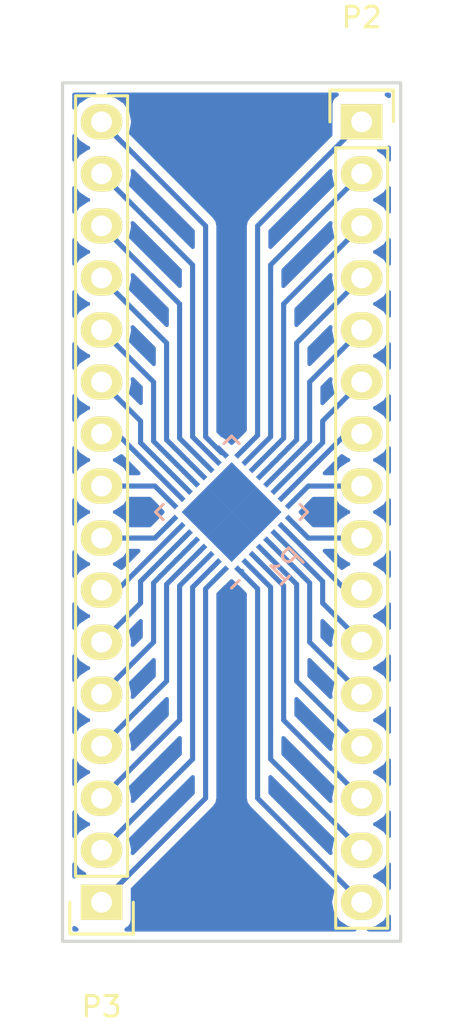
<source format=kicad_pcb>
(kicad_pcb (version 4) (host pcbnew 4.0.3-stable)

  (general
    (links 32)
    (no_connects 0)
    (area 132.126667 77.745 154.893334 128.095)
    (thickness 1.6)
    (drawings 4)
    (tracks 90)
    (zones 0)
    (modules 3)
    (nets 33)
  )

  (page A4)
  (layers
    (0 F.Cu signal)
    (31 B.Cu signal)
    (32 B.Adhes user)
    (33 F.Adhes user)
    (34 B.Paste user)
    (35 F.Paste user)
    (36 B.SilkS user)
    (37 F.SilkS user)
    (38 B.Mask user)
    (39 F.Mask user)
    (40 Dwgs.User user)
    (41 Cmts.User user)
    (42 Eco1.User user)
    (43 Eco2.User user)
    (44 Edge.Cuts user)
    (45 Margin user)
    (46 B.CrtYd user)
    (47 F.CrtYd user)
    (48 B.Fab user)
    (49 F.Fab user)
  )

  (setup
    (last_trace_width 0.25)
    (user_trace_width 0.5)
    (user_trace_width 1)
    (trace_clearance 0.2)
    (zone_clearance 0.4)
    (zone_45_only no)
    (trace_min 0.2)
    (segment_width 0.2)
    (edge_width 0.15)
    (via_size 0.6)
    (via_drill 0.4)
    (via_min_size 0.4)
    (via_min_drill 0.3)
    (user_via 1.2 0.8)
    (uvia_size 0.3)
    (uvia_drill 0.1)
    (uvias_allowed no)
    (uvia_min_size 0.2)
    (uvia_min_drill 0.1)
    (pcb_text_width 0.3)
    (pcb_text_size 1.5 1.5)
    (mod_edge_width 0.15)
    (mod_text_size 1 1)
    (mod_text_width 0.15)
    (pad_size 1.524 1.524)
    (pad_drill 0.762)
    (pad_to_mask_clearance 0.2)
    (aux_axis_origin 0 0)
    (visible_elements 7FFFFFFF)
    (pcbplotparams
      (layerselection 0x01000_80000000)
      (usegerberextensions false)
      (excludeedgelayer true)
      (linewidth 0.100000)
      (plotframeref false)
      (viasonmask false)
      (mode 1)
      (useauxorigin false)
      (hpglpennumber 1)
      (hpglpenspeed 20)
      (hpglpendiameter 15)
      (hpglpenoverlay 2)
      (psnegative false)
      (psa4output false)
      (plotreference true)
      (plotvalue true)
      (plotinvisibletext false)
      (padsonsilk false)
      (subtractmaskfromsilk false)
      (outputformat 1)
      (mirror false)
      (drillshape 0)
      (scaleselection 1)
      (outputdirectory ""))
  )

  (net 0 "")
  (net 1 "Net-(P1-Pad1)")
  (net 2 "Net-(P1-Pad2)")
  (net 3 "Net-(P1-Pad3)")
  (net 4 "Net-(P1-Pad4)")
  (net 5 "Net-(P1-Pad5)")
  (net 6 "Net-(P1-Pad6)")
  (net 7 "Net-(P1-Pad7)")
  (net 8 "Net-(P1-Pad8)")
  (net 9 "Net-(P1-Pad9)")
  (net 10 "Net-(P1-Pad10)")
  (net 11 "Net-(P1-Pad11)")
  (net 12 "Net-(P1-Pad12)")
  (net 13 "Net-(P1-Pad13)")
  (net 14 "Net-(P1-Pad14)")
  (net 15 "Net-(P1-Pad15)")
  (net 16 "Net-(P1-Pad16)")
  (net 17 "Net-(P1-Pad17)")
  (net 18 "Net-(P1-Pad18)")
  (net 19 "Net-(P1-Pad19)")
  (net 20 "Net-(P1-Pad20)")
  (net 21 "Net-(P1-Pad21)")
  (net 22 "Net-(P1-Pad22)")
  (net 23 "Net-(P1-Pad23)")
  (net 24 "Net-(P1-Pad24)")
  (net 25 "Net-(P1-Pad25)")
  (net 26 "Net-(P1-Pad26)")
  (net 27 "Net-(P1-Pad27)")
  (net 28 "Net-(P1-Pad28)")
  (net 29 "Net-(P1-Pad29)")
  (net 30 "Net-(P1-Pad30)")
  (net 31 "Net-(P1-Pad31)")
  (net 32 "Net-(P1-Pad32)")

  (net_class Default "これは標準のネット クラスです。"
    (clearance 0.2)
    (trace_width 0.25)
    (via_dia 0.6)
    (via_drill 0.4)
    (uvia_dia 0.3)
    (uvia_drill 0.1)
    (add_net "Net-(P1-Pad1)")
    (add_net "Net-(P1-Pad10)")
    (add_net "Net-(P1-Pad11)")
    (add_net "Net-(P1-Pad12)")
    (add_net "Net-(P1-Pad13)")
    (add_net "Net-(P1-Pad14)")
    (add_net "Net-(P1-Pad15)")
    (add_net "Net-(P1-Pad16)")
    (add_net "Net-(P1-Pad17)")
    (add_net "Net-(P1-Pad18)")
    (add_net "Net-(P1-Pad19)")
    (add_net "Net-(P1-Pad2)")
    (add_net "Net-(P1-Pad20)")
    (add_net "Net-(P1-Pad21)")
    (add_net "Net-(P1-Pad22)")
    (add_net "Net-(P1-Pad23)")
    (add_net "Net-(P1-Pad24)")
    (add_net "Net-(P1-Pad25)")
    (add_net "Net-(P1-Pad26)")
    (add_net "Net-(P1-Pad27)")
    (add_net "Net-(P1-Pad28)")
    (add_net "Net-(P1-Pad29)")
    (add_net "Net-(P1-Pad3)")
    (add_net "Net-(P1-Pad30)")
    (add_net "Net-(P1-Pad31)")
    (add_net "Net-(P1-Pad32)")
    (add_net "Net-(P1-Pad4)")
    (add_net "Net-(P1-Pad5)")
    (add_net "Net-(P1-Pad6)")
    (add_net "Net-(P1-Pad7)")
    (add_net "Net-(P1-Pad8)")
    (add_net "Net-(P1-Pad9)")
  )

  (module Housings_DFN_QFN:QFN-32-1EP_5x5mm_Pitch0.5mm (layer B.Cu) (tedit 54130A77) (tstamp 57B6A952)
    (at 143.51 102.87 45)
    (descr "UH Package; 32-Lead Plastic QFN (5mm x 5mm); (see Linear Technology QFN_32_05-08-1693.pdf)")
    (tags "QFN 0.5")
    (path /57B6A8C3)
    (attr smd)
    (fp_text reference P1 (at 0 3.749999 45) (layer B.SilkS)
      (effects (font (size 1 1) (thickness 0.15)) (justify mirror))
    )
    (fp_text value CONN_01X32 (at 0 -3.749999 45) (layer B.Fab)
      (effects (font (size 1 1) (thickness 0.15)) (justify mirror))
    )
    (fp_line (start -3 3) (end -3 -3) (layer B.CrtYd) (width 0.05))
    (fp_line (start 3 3) (end 3 -3) (layer B.CrtYd) (width 0.05))
    (fp_line (start -3 3) (end 3 3) (layer B.CrtYd) (width 0.05))
    (fp_line (start -3 -3) (end 3 -3) (layer B.CrtYd) (width 0.05))
    (fp_line (start 2.625 2.625) (end 2.625 2.1) (layer B.SilkS) (width 0.15))
    (fp_line (start -2.625 -2.625) (end -2.625 -2.1) (layer B.SilkS) (width 0.15))
    (fp_line (start 2.625 -2.625) (end 2.625 -2.1) (layer B.SilkS) (width 0.15))
    (fp_line (start -2.625 2.625) (end -2.1 2.625) (layer B.SilkS) (width 0.15))
    (fp_line (start -2.625 -2.625) (end -2.1 -2.625) (layer B.SilkS) (width 0.15))
    (fp_line (start 2.625 -2.625) (end 2.1 -2.625) (layer B.SilkS) (width 0.15))
    (fp_line (start 2.625 2.625) (end 2.1 2.625) (layer B.SilkS) (width 0.15))
    (pad 1 smd rect (at -2.4 1.75 45) (size 0.7 0.25) (layers B.Cu B.Paste B.Mask)
      (net 1 "Net-(P1-Pad1)"))
    (pad 2 smd rect (at -2.4 1.25 45) (size 0.7 0.25) (layers B.Cu B.Paste B.Mask)
      (net 2 "Net-(P1-Pad2)"))
    (pad 3 smd rect (at -2.4 0.75 45) (size 0.7 0.25) (layers B.Cu B.Paste B.Mask)
      (net 3 "Net-(P1-Pad3)"))
    (pad 4 smd rect (at -2.4 0.25 45) (size 0.7 0.25) (layers B.Cu B.Paste B.Mask)
      (net 4 "Net-(P1-Pad4)"))
    (pad 5 smd rect (at -2.4 -0.25 45) (size 0.7 0.25) (layers B.Cu B.Paste B.Mask)
      (net 5 "Net-(P1-Pad5)"))
    (pad 6 smd rect (at -2.4 -0.75 45) (size 0.7 0.25) (layers B.Cu B.Paste B.Mask)
      (net 6 "Net-(P1-Pad6)"))
    (pad 7 smd rect (at -2.4 -1.25 45) (size 0.7 0.25) (layers B.Cu B.Paste B.Mask)
      (net 7 "Net-(P1-Pad7)"))
    (pad 8 smd rect (at -2.4 -1.75 45) (size 0.7 0.25) (layers B.Cu B.Paste B.Mask)
      (net 8 "Net-(P1-Pad8)"))
    (pad 9 smd rect (at -1.75 -2.4 315) (size 0.7 0.25) (layers B.Cu B.Paste B.Mask)
      (net 9 "Net-(P1-Pad9)"))
    (pad 10 smd rect (at -1.25 -2.4 315) (size 0.7 0.25) (layers B.Cu B.Paste B.Mask)
      (net 10 "Net-(P1-Pad10)"))
    (pad 11 smd rect (at -0.75 -2.4 315) (size 0.7 0.25) (layers B.Cu B.Paste B.Mask)
      (net 11 "Net-(P1-Pad11)"))
    (pad 12 smd rect (at -0.25 -2.4 315) (size 0.7 0.25) (layers B.Cu B.Paste B.Mask)
      (net 12 "Net-(P1-Pad12)"))
    (pad 13 smd rect (at 0.25 -2.4 315) (size 0.7 0.25) (layers B.Cu B.Paste B.Mask)
      (net 13 "Net-(P1-Pad13)"))
    (pad 14 smd rect (at 0.75 -2.4 315) (size 0.7 0.25) (layers B.Cu B.Paste B.Mask)
      (net 14 "Net-(P1-Pad14)"))
    (pad 15 smd rect (at 1.25 -2.4 315) (size 0.7 0.25) (layers B.Cu B.Paste B.Mask)
      (net 15 "Net-(P1-Pad15)"))
    (pad 16 smd rect (at 1.75 -2.4 315) (size 0.7 0.25) (layers B.Cu B.Paste B.Mask)
      (net 16 "Net-(P1-Pad16)"))
    (pad 17 smd rect (at 2.4 -1.75 45) (size 0.7 0.25) (layers B.Cu B.Paste B.Mask)
      (net 17 "Net-(P1-Pad17)"))
    (pad 18 smd rect (at 2.4 -1.25 45) (size 0.7 0.25) (layers B.Cu B.Paste B.Mask)
      (net 18 "Net-(P1-Pad18)"))
    (pad 19 smd rect (at 2.4 -0.75 45) (size 0.7 0.25) (layers B.Cu B.Paste B.Mask)
      (net 19 "Net-(P1-Pad19)"))
    (pad 20 smd rect (at 2.4 -0.25 45) (size 0.7 0.25) (layers B.Cu B.Paste B.Mask)
      (net 20 "Net-(P1-Pad20)"))
    (pad 21 smd rect (at 2.4 0.25 45) (size 0.7 0.25) (layers B.Cu B.Paste B.Mask)
      (net 21 "Net-(P1-Pad21)"))
    (pad 22 smd rect (at 2.4 0.75 45) (size 0.7 0.25) (layers B.Cu B.Paste B.Mask)
      (net 22 "Net-(P1-Pad22)"))
    (pad 23 smd rect (at 2.4 1.25 45) (size 0.7 0.25) (layers B.Cu B.Paste B.Mask)
      (net 23 "Net-(P1-Pad23)"))
    (pad 24 smd rect (at 2.4 1.75 45) (size 0.7 0.25) (layers B.Cu B.Paste B.Mask)
      (net 24 "Net-(P1-Pad24)"))
    (pad 25 smd rect (at 1.75 2.4 315) (size 0.7 0.25) (layers B.Cu B.Paste B.Mask)
      (net 25 "Net-(P1-Pad25)"))
    (pad 26 smd rect (at 1.25 2.4 315) (size 0.7 0.25) (layers B.Cu B.Paste B.Mask)
      (net 26 "Net-(P1-Pad26)"))
    (pad 27 smd rect (at 0.75 2.4 315) (size 0.7 0.25) (layers B.Cu B.Paste B.Mask)
      (net 27 "Net-(P1-Pad27)"))
    (pad 28 smd rect (at 0.25 2.4 315) (size 0.7 0.25) (layers B.Cu B.Paste B.Mask)
      (net 28 "Net-(P1-Pad28)"))
    (pad 29 smd rect (at -0.25 2.4 315) (size 0.7 0.25) (layers B.Cu B.Paste B.Mask)
      (net 29 "Net-(P1-Pad29)"))
    (pad 30 smd rect (at -0.75 2.4 315) (size 0.7 0.25) (layers B.Cu B.Paste B.Mask)
      (net 30 "Net-(P1-Pad30)"))
    (pad 31 smd rect (at -1.25 2.4 315) (size 0.7 0.25) (layers B.Cu B.Paste B.Mask)
      (net 31 "Net-(P1-Pad31)"))
    (pad 32 smd rect (at -1.75 2.4 315) (size 0.7 0.25) (layers B.Cu B.Paste B.Mask)
      (net 32 "Net-(P1-Pad32)"))
    (pad 33 smd rect (at 0.8625 -0.8625 45) (size 1.725 1.725) (layers B.Cu B.Paste B.Mask)
      (solder_paste_margin_ratio -0.2))
    (pad 33 smd rect (at 0.8625 0.8625 45) (size 1.725 1.725) (layers B.Cu B.Paste B.Mask)
      (solder_paste_margin_ratio -0.2))
    (pad 33 smd rect (at -0.8625 -0.8625 45) (size 1.725 1.725) (layers B.Cu B.Paste B.Mask)
      (solder_paste_margin_ratio -0.2))
    (pad 33 smd rect (at -0.8625 0.8625 45) (size 1.725 1.725) (layers B.Cu B.Paste B.Mask)
      (solder_paste_margin_ratio -0.2))
    (model Housings_DFN_QFN.3dshapes/QFN-32-1EP_5x5mm_Pitch0.5mm.wrl
      (at (xyz 0 0 0))
      (scale (xyz 1 1 1))
      (rotate (xyz 0 0 0))
    )
  )

  (module Pin_Headers:Pin_Header_Straight_1x16 (layer F.Cu) (tedit 0) (tstamp 57B6A966)
    (at 149.86 83.82)
    (descr "Through hole pin header")
    (tags "pin header")
    (path /57B6A8A7)
    (fp_text reference P2 (at 0 -5.1) (layer F.SilkS)
      (effects (font (size 1 1) (thickness 0.15)))
    )
    (fp_text value CONN_01X16 (at 0 -3.1) (layer F.Fab)
      (effects (font (size 1 1) (thickness 0.15)))
    )
    (fp_line (start -1.75 -1.75) (end -1.75 39.85) (layer F.CrtYd) (width 0.05))
    (fp_line (start 1.75 -1.75) (end 1.75 39.85) (layer F.CrtYd) (width 0.05))
    (fp_line (start -1.75 -1.75) (end 1.75 -1.75) (layer F.CrtYd) (width 0.05))
    (fp_line (start -1.75 39.85) (end 1.75 39.85) (layer F.CrtYd) (width 0.05))
    (fp_line (start -1.27 1.27) (end -1.27 39.37) (layer F.SilkS) (width 0.15))
    (fp_line (start -1.27 39.37) (end 1.27 39.37) (layer F.SilkS) (width 0.15))
    (fp_line (start 1.27 39.37) (end 1.27 1.27) (layer F.SilkS) (width 0.15))
    (fp_line (start 1.55 -1.55) (end 1.55 0) (layer F.SilkS) (width 0.15))
    (fp_line (start 1.27 1.27) (end -1.27 1.27) (layer F.SilkS) (width 0.15))
    (fp_line (start -1.55 0) (end -1.55 -1.55) (layer F.SilkS) (width 0.15))
    (fp_line (start -1.55 -1.55) (end 1.55 -1.55) (layer F.SilkS) (width 0.15))
    (pad 1 thru_hole rect (at 0 0) (size 2.032 1.7272) (drill 1.016) (layers *.Cu *.Mask F.SilkS)
      (net 17 "Net-(P1-Pad17)"))
    (pad 2 thru_hole oval (at 0 2.54) (size 2.032 1.7272) (drill 1.016) (layers *.Cu *.Mask F.SilkS)
      (net 18 "Net-(P1-Pad18)"))
    (pad 3 thru_hole oval (at 0 5.08) (size 2.032 1.7272) (drill 1.016) (layers *.Cu *.Mask F.SilkS)
      (net 19 "Net-(P1-Pad19)"))
    (pad 4 thru_hole oval (at 0 7.62) (size 2.032 1.7272) (drill 1.016) (layers *.Cu *.Mask F.SilkS)
      (net 20 "Net-(P1-Pad20)"))
    (pad 5 thru_hole oval (at 0 10.16) (size 2.032 1.7272) (drill 1.016) (layers *.Cu *.Mask F.SilkS)
      (net 21 "Net-(P1-Pad21)"))
    (pad 6 thru_hole oval (at 0 12.7) (size 2.032 1.7272) (drill 1.016) (layers *.Cu *.Mask F.SilkS)
      (net 22 "Net-(P1-Pad22)"))
    (pad 7 thru_hole oval (at 0 15.24) (size 2.032 1.7272) (drill 1.016) (layers *.Cu *.Mask F.SilkS)
      (net 23 "Net-(P1-Pad23)"))
    (pad 8 thru_hole oval (at 0 17.78) (size 2.032 1.7272) (drill 1.016) (layers *.Cu *.Mask F.SilkS)
      (net 24 "Net-(P1-Pad24)"))
    (pad 9 thru_hole oval (at 0 20.32) (size 2.032 1.7272) (drill 1.016) (layers *.Cu *.Mask F.SilkS)
      (net 25 "Net-(P1-Pad25)"))
    (pad 10 thru_hole oval (at 0 22.86) (size 2.032 1.7272) (drill 1.016) (layers *.Cu *.Mask F.SilkS)
      (net 26 "Net-(P1-Pad26)"))
    (pad 11 thru_hole oval (at 0 25.4) (size 2.032 1.7272) (drill 1.016) (layers *.Cu *.Mask F.SilkS)
      (net 27 "Net-(P1-Pad27)"))
    (pad 12 thru_hole oval (at 0 27.94) (size 2.032 1.7272) (drill 1.016) (layers *.Cu *.Mask F.SilkS)
      (net 28 "Net-(P1-Pad28)"))
    (pad 13 thru_hole oval (at 0 30.48) (size 2.032 1.7272) (drill 1.016) (layers *.Cu *.Mask F.SilkS)
      (net 29 "Net-(P1-Pad29)"))
    (pad 14 thru_hole oval (at 0 33.02) (size 2.032 1.7272) (drill 1.016) (layers *.Cu *.Mask F.SilkS)
      (net 30 "Net-(P1-Pad30)"))
    (pad 15 thru_hole oval (at 0 35.56) (size 2.032 1.7272) (drill 1.016) (layers *.Cu *.Mask F.SilkS)
      (net 31 "Net-(P1-Pad31)"))
    (pad 16 thru_hole oval (at 0 38.1) (size 2.032 1.7272) (drill 1.016) (layers *.Cu *.Mask F.SilkS)
      (net 32 "Net-(P1-Pad32)"))
    (model Pin_Headers.3dshapes/Pin_Header_Straight_1x16.wrl
      (at (xyz 0 -0.75 0))
      (scale (xyz 1 1 1))
      (rotate (xyz 0 0 90))
    )
  )

  (module Pin_Headers:Pin_Header_Straight_1x16 (layer F.Cu) (tedit 0) (tstamp 57B6A97A)
    (at 137.16 121.92 180)
    (descr "Through hole pin header")
    (tags "pin header")
    (path /57B6A873)
    (fp_text reference P3 (at 0 -5.1 180) (layer F.SilkS)
      (effects (font (size 1 1) (thickness 0.15)))
    )
    (fp_text value CONN_01X16 (at 0 -3.1 180) (layer F.Fab)
      (effects (font (size 1 1) (thickness 0.15)))
    )
    (fp_line (start -1.75 -1.75) (end -1.75 39.85) (layer F.CrtYd) (width 0.05))
    (fp_line (start 1.75 -1.75) (end 1.75 39.85) (layer F.CrtYd) (width 0.05))
    (fp_line (start -1.75 -1.75) (end 1.75 -1.75) (layer F.CrtYd) (width 0.05))
    (fp_line (start -1.75 39.85) (end 1.75 39.85) (layer F.CrtYd) (width 0.05))
    (fp_line (start -1.27 1.27) (end -1.27 39.37) (layer F.SilkS) (width 0.15))
    (fp_line (start -1.27 39.37) (end 1.27 39.37) (layer F.SilkS) (width 0.15))
    (fp_line (start 1.27 39.37) (end 1.27 1.27) (layer F.SilkS) (width 0.15))
    (fp_line (start 1.55 -1.55) (end 1.55 0) (layer F.SilkS) (width 0.15))
    (fp_line (start 1.27 1.27) (end -1.27 1.27) (layer F.SilkS) (width 0.15))
    (fp_line (start -1.55 0) (end -1.55 -1.55) (layer F.SilkS) (width 0.15))
    (fp_line (start -1.55 -1.55) (end 1.55 -1.55) (layer F.SilkS) (width 0.15))
    (pad 1 thru_hole rect (at 0 0 180) (size 2.032 1.7272) (drill 1.016) (layers *.Cu *.Mask F.SilkS)
      (net 1 "Net-(P1-Pad1)"))
    (pad 2 thru_hole oval (at 0 2.54 180) (size 2.032 1.7272) (drill 1.016) (layers *.Cu *.Mask F.SilkS)
      (net 2 "Net-(P1-Pad2)"))
    (pad 3 thru_hole oval (at 0 5.08 180) (size 2.032 1.7272) (drill 1.016) (layers *.Cu *.Mask F.SilkS)
      (net 3 "Net-(P1-Pad3)"))
    (pad 4 thru_hole oval (at 0 7.62 180) (size 2.032 1.7272) (drill 1.016) (layers *.Cu *.Mask F.SilkS)
      (net 4 "Net-(P1-Pad4)"))
    (pad 5 thru_hole oval (at 0 10.16 180) (size 2.032 1.7272) (drill 1.016) (layers *.Cu *.Mask F.SilkS)
      (net 5 "Net-(P1-Pad5)"))
    (pad 6 thru_hole oval (at 0 12.7 180) (size 2.032 1.7272) (drill 1.016) (layers *.Cu *.Mask F.SilkS)
      (net 6 "Net-(P1-Pad6)"))
    (pad 7 thru_hole oval (at 0 15.24 180) (size 2.032 1.7272) (drill 1.016) (layers *.Cu *.Mask F.SilkS)
      (net 7 "Net-(P1-Pad7)"))
    (pad 8 thru_hole oval (at 0 17.78 180) (size 2.032 1.7272) (drill 1.016) (layers *.Cu *.Mask F.SilkS)
      (net 8 "Net-(P1-Pad8)"))
    (pad 9 thru_hole oval (at 0 20.32 180) (size 2.032 1.7272) (drill 1.016) (layers *.Cu *.Mask F.SilkS)
      (net 9 "Net-(P1-Pad9)"))
    (pad 10 thru_hole oval (at 0 22.86 180) (size 2.032 1.7272) (drill 1.016) (layers *.Cu *.Mask F.SilkS)
      (net 10 "Net-(P1-Pad10)"))
    (pad 11 thru_hole oval (at 0 25.4 180) (size 2.032 1.7272) (drill 1.016) (layers *.Cu *.Mask F.SilkS)
      (net 11 "Net-(P1-Pad11)"))
    (pad 12 thru_hole oval (at 0 27.94 180) (size 2.032 1.7272) (drill 1.016) (layers *.Cu *.Mask F.SilkS)
      (net 12 "Net-(P1-Pad12)"))
    (pad 13 thru_hole oval (at 0 30.48 180) (size 2.032 1.7272) (drill 1.016) (layers *.Cu *.Mask F.SilkS)
      (net 13 "Net-(P1-Pad13)"))
    (pad 14 thru_hole oval (at 0 33.02 180) (size 2.032 1.7272) (drill 1.016) (layers *.Cu *.Mask F.SilkS)
      (net 14 "Net-(P1-Pad14)"))
    (pad 15 thru_hole oval (at 0 35.56 180) (size 2.032 1.7272) (drill 1.016) (layers *.Cu *.Mask F.SilkS)
      (net 15 "Net-(P1-Pad15)"))
    (pad 16 thru_hole oval (at 0 38.1 180) (size 2.032 1.7272) (drill 1.016) (layers *.Cu *.Mask F.SilkS)
      (net 16 "Net-(P1-Pad16)"))
    (model Pin_Headers.3dshapes/Pin_Header_Straight_1x16.wrl
      (at (xyz 0 -0.75 0))
      (scale (xyz 1 1 1))
      (rotate (xyz 0 0 90))
    )
  )

  (gr_line (start 151.765 123.825) (end 151.765 81.915) (angle 90) (layer Edge.Cuts) (width 0.15))
  (gr_line (start 135.255 123.825) (end 151.765 123.825) (angle 90) (layer Edge.Cuts) (width 0.15))
  (gr_line (start 135.255 81.915) (end 135.255 123.825) (angle 90) (layer Edge.Cuts) (width 0.15))
  (gr_line (start 151.765 81.915) (end 135.255 81.915) (angle 90) (layer Edge.Cuts) (width 0.15))

  (segment (start 143.050381 105.804493) (end 142.24 106.614874) (width 0.25) (layer B.Cu) (net 1))
  (segment (start 142.24 116.84) (end 137.16 121.92) (width 0.25) (layer B.Cu) (net 1) (tstamp 57B6ACBE))
  (segment (start 142.24 106.614874) (end 142.24 116.84) (width 0.25) (layer B.Cu) (net 1) (tstamp 57B6ACBD))
  (segment (start 142.696827 105.45094) (end 141.605 106.542767) (width 0.25) (layer B.Cu) (net 2))
  (segment (start 141.605 114.935) (end 137.16 119.38) (width 0.25) (layer B.Cu) (net 2) (tstamp 57B6ACB5))
  (segment (start 141.605 106.542767) (end 141.605 114.935) (width 0.25) (layer B.Cu) (net 2) (tstamp 57B6ACB3))
  (segment (start 142.343274 105.097386) (end 140.97 106.47066) (width 0.25) (layer B.Cu) (net 3))
  (segment (start 140.97 113.03) (end 137.16 116.84) (width 0.25) (layer B.Cu) (net 3) (tstamp 57B6ACAF))
  (segment (start 140.97 106.47066) (end 140.97 113.03) (width 0.25) (layer B.Cu) (net 3) (tstamp 57B6ACAE))
  (segment (start 141.98972 104.743833) (end 140.335 106.398553) (width 0.25) (layer B.Cu) (net 4))
  (segment (start 140.335 111.125) (end 137.16 114.3) (width 0.25) (layer B.Cu) (net 4) (tstamp 57B6ACAA))
  (segment (start 140.335 106.398553) (end 140.335 111.125) (width 0.25) (layer B.Cu) (net 4) (tstamp 57B6ACA8))
  (segment (start 141.636167 104.39028) (end 139.7 106.326447) (width 0.25) (layer B.Cu) (net 5))
  (segment (start 139.7 109.22) (end 137.16 111.76) (width 0.25) (layer B.Cu) (net 5) (tstamp 57B6ACA4))
  (segment (start 139.7 106.326447) (end 139.7 109.22) (width 0.25) (layer B.Cu) (net 5) (tstamp 57B6ACA2))
  (segment (start 137.16 109.22) (end 139.065 107.315) (width 0.25) (layer B.Cu) (net 6))
  (segment (start 139.065 106.25434) (end 141.282614 104.036726) (width 0.25) (layer B.Cu) (net 6) (tstamp 57B6AC9E))
  (segment (start 139.065 107.315) (end 139.065 106.25434) (width 0.25) (layer B.Cu) (net 6) (tstamp 57B6AC9D))
  (segment (start 140.92906 103.683173) (end 137.932233 106.68) (width 0.25) (layer B.Cu) (net 7))
  (segment (start 137.932233 106.68) (end 137.16 106.68) (width 0.25) (layer B.Cu) (net 7) (tstamp 57B6AC9A))
  (segment (start 137.16 104.14) (end 139.765126 104.14) (width 0.25) (layer B.Cu) (net 8))
  (segment (start 139.765126 104.14) (end 140.575507 103.329619) (width 0.25) (layer B.Cu) (net 8) (tstamp 57B6AC97))
  (segment (start 140.575507 102.410381) (end 139.765126 101.6) (width 0.25) (layer B.Cu) (net 9))
  (segment (start 139.765126 101.6) (end 137.16 101.6) (width 0.25) (layer B.Cu) (net 9) (tstamp 57B6AC6B))
  (segment (start 140.92906 102.056827) (end 137.932233 99.06) (width 0.25) (layer B.Cu) (net 10))
  (segment (start 137.932233 99.06) (end 137.16 99.06) (width 0.25) (layer B.Cu) (net 10) (tstamp 57B6AC6F))
  (segment (start 141.282614 101.703274) (end 139.065 99.48566) (width 0.25) (layer B.Cu) (net 11))
  (segment (start 139.065 98.425) (end 137.16 96.52) (width 0.25) (layer B.Cu) (net 11) (tstamp 57B6AC75))
  (segment (start 139.065 99.48566) (end 139.065 98.425) (width 0.25) (layer B.Cu) (net 11) (tstamp 57B6AC73))
  (segment (start 137.16 93.98) (end 139.7 96.52) (width 0.25) (layer B.Cu) (net 12))
  (segment (start 139.7 99.413553) (end 141.636167 101.34972) (width 0.25) (layer B.Cu) (net 12) (tstamp 57B6AC7C))
  (segment (start 139.7 96.52) (end 139.7 99.413553) (width 0.25) (layer B.Cu) (net 12) (tstamp 57B6AC7A))
  (segment (start 137.16 91.44) (end 140.335 94.615) (width 0.25) (layer B.Cu) (net 13))
  (segment (start 140.335 99.341447) (end 141.98972 100.996167) (width 0.25) (layer B.Cu) (net 13) (tstamp 57B6AC82))
  (segment (start 140.335 94.615) (end 140.335 99.341447) (width 0.25) (layer B.Cu) (net 13) (tstamp 57B6AC80))
  (segment (start 137.16 88.9) (end 140.97 92.71) (width 0.25) (layer B.Cu) (net 14))
  (segment (start 140.97 99.26934) (end 142.343274 100.642614) (width 0.25) (layer B.Cu) (net 14) (tstamp 57B6AC88))
  (segment (start 140.97 92.71) (end 140.97 99.26934) (width 0.25) (layer B.Cu) (net 14) (tstamp 57B6AC86))
  (segment (start 137.16 86.36) (end 141.605 90.805) (width 0.25) (layer B.Cu) (net 15))
  (segment (start 141.605 99.197233) (end 142.696827 100.28906) (width 0.25) (layer B.Cu) (net 15) (tstamp 57B6AC8E))
  (segment (start 141.605 90.805) (end 141.605 99.197233) (width 0.25) (layer B.Cu) (net 15) (tstamp 57B6AC8C))
  (segment (start 137.16 83.82) (end 142.24 88.9) (width 0.25) (layer B.Cu) (net 16))
  (segment (start 142.24 99.195835) (end 143.015026 99.970861) (width 0.25) (layer B.Cu) (net 16) (tstamp 57B6AC94))
  (segment (start 142.24 88.9) (end 142.24 99.195835) (width 0.25) (layer B.Cu) (net 16) (tstamp 57B6AC92))
  (segment (start 143.015026 99.970861) (end 143.050381 99.935507) (width 0.25) (layer B.Cu) (net 16) (tstamp 57B6AC96))
  (segment (start 143.969619 99.935507) (end 144.78 99.125126) (width 0.25) (layer B.Cu) (net 17))
  (segment (start 144.78 88.9) (end 149.86 83.82) (width 0.25) (layer B.Cu) (net 17) (tstamp 57B6AC67))
  (segment (start 144.78 99.125126) (end 144.78 88.9) (width 0.25) (layer B.Cu) (net 17) (tstamp 57B6AC66))
  (segment (start 144.323173 100.28906) (end 145.415 99.197233) (width 0.25) (layer B.Cu) (net 18))
  (segment (start 145.415 90.805) (end 149.86 86.36) (width 0.25) (layer B.Cu) (net 18) (tstamp 57B6AC62))
  (segment (start 145.415 99.197233) (end 145.415 90.805) (width 0.25) (layer B.Cu) (net 18) (tstamp 57B6AC60))
  (segment (start 144.676726 100.642614) (end 146.05 99.26934) (width 0.25) (layer B.Cu) (net 19))
  (segment (start 146.05 92.71) (end 149.86 88.9) (width 0.25) (layer B.Cu) (net 19) (tstamp 57B6AC5C))
  (segment (start 146.05 99.26934) (end 146.05 92.71) (width 0.25) (layer B.Cu) (net 19) (tstamp 57B6AC5A))
  (segment (start 145.03028 100.996167) (end 146.685 99.341447) (width 0.25) (layer B.Cu) (net 20))
  (segment (start 146.685 94.615) (end 149.86 91.44) (width 0.25) (layer B.Cu) (net 20) (tstamp 57B6AC55))
  (segment (start 146.685 99.341447) (end 146.685 94.615) (width 0.25) (layer B.Cu) (net 20) (tstamp 57B6AC53))
  (segment (start 145.383833 101.34972) (end 147.32 99.413553) (width 0.25) (layer B.Cu) (net 21))
  (segment (start 147.32 96.52) (end 149.86 93.98) (width 0.25) (layer B.Cu) (net 21) (tstamp 57B6AC4F))
  (segment (start 147.32 99.413553) (end 147.32 96.52) (width 0.25) (layer B.Cu) (net 21) (tstamp 57B6AC4D))
  (segment (start 145.737386 101.703274) (end 147.955 99.48566) (width 0.25) (layer B.Cu) (net 22))
  (segment (start 147.955 98.425) (end 149.86 96.52) (width 0.25) (layer B.Cu) (net 22) (tstamp 57B6AC49))
  (segment (start 147.955 99.48566) (end 147.955 98.425) (width 0.25) (layer B.Cu) (net 22) (tstamp 57B6AC47))
  (segment (start 146.09094 102.056827) (end 149.087767 99.06) (width 0.25) (layer B.Cu) (net 23))
  (segment (start 149.087767 99.06) (end 149.86 99.06) (width 0.25) (layer B.Cu) (net 23) (tstamp 57B6AC44))
  (segment (start 146.444493 102.410381) (end 147.254874 101.6) (width 0.25) (layer B.Cu) (net 24))
  (segment (start 147.254874 101.6) (end 149.86 101.6) (width 0.25) (layer B.Cu) (net 24) (tstamp 57B6AC41))
  (segment (start 146.444493 103.329619) (end 147.254874 104.14) (width 0.25) (layer B.Cu) (net 25))
  (segment (start 147.254874 104.14) (end 149.86 104.14) (width 0.25) (layer B.Cu) (net 25) (tstamp 57B6ACC2))
  (segment (start 146.09094 103.683173) (end 149.087767 106.68) (width 0.25) (layer B.Cu) (net 26))
  (segment (start 149.087767 106.68) (end 149.86 106.68) (width 0.25) (layer B.Cu) (net 26) (tstamp 57B6ACC5))
  (segment (start 145.737386 104.036726) (end 147.955 106.25434) (width 0.25) (layer B.Cu) (net 27))
  (segment (start 147.955 107.315) (end 149.86 109.22) (width 0.25) (layer B.Cu) (net 27) (tstamp 57B6ACCA))
  (segment (start 147.955 106.25434) (end 147.955 107.315) (width 0.25) (layer B.Cu) (net 27) (tstamp 57B6ACC8))
  (segment (start 145.383833 104.39028) (end 147.32 106.326447) (width 0.25) (layer B.Cu) (net 28))
  (segment (start 147.32 109.22) (end 149.86 111.76) (width 0.25) (layer B.Cu) (net 28) (tstamp 57B6ACCF))
  (segment (start 147.32 106.326447) (end 147.32 109.22) (width 0.25) (layer B.Cu) (net 28) (tstamp 57B6ACCE))
  (segment (start 145.03028 104.743833) (end 146.685 106.398553) (width 0.25) (layer B.Cu) (net 29))
  (segment (start 146.685 111.125) (end 149.86 114.3) (width 0.25) (layer B.Cu) (net 29) (tstamp 57B6ACD5))
  (segment (start 146.685 106.398553) (end 146.685 111.125) (width 0.25) (layer B.Cu) (net 29) (tstamp 57B6ACD3))
  (segment (start 144.676726 105.097386) (end 146.05 106.47066) (width 0.25) (layer B.Cu) (net 30))
  (segment (start 146.05 113.03) (end 149.86 116.84) (width 0.25) (layer B.Cu) (net 30) (tstamp 57B6ACDB))
  (segment (start 146.05 106.47066) (end 146.05 113.03) (width 0.25) (layer B.Cu) (net 30) (tstamp 57B6ACD9))
  (segment (start 144.323173 105.45094) (end 145.415 106.542767) (width 0.25) (layer B.Cu) (net 31))
  (segment (start 145.415 114.935) (end 149.86 119.38) (width 0.25) (layer B.Cu) (net 31) (tstamp 57B6ACE1))
  (segment (start 145.415 106.542767) (end 145.415 114.935) (width 0.25) (layer B.Cu) (net 31) (tstamp 57B6ACDF))
  (segment (start 143.969619 105.804493) (end 144.78 106.614874) (width 0.25) (layer B.Cu) (net 32))
  (segment (start 144.78 116.84) (end 149.86 121.92) (width 0.25) (layer B.Cu) (net 32) (tstamp 57B6ACEC))
  (segment (start 144.78 106.614874) (end 144.78 116.84) (width 0.25) (layer B.Cu) (net 32) (tstamp 57B6ACEB))
  (segment (start 144.004974 105.769139) (end 143.969619 105.804493) (width 0.25) (layer B.Cu) (net 32) (tstamp 57B6ACE9))

  (zone (net 0) (net_name "") (layer B.Cu) (tstamp 57B6ACF4) (hatch edge 0.508)
    (connect_pads (clearance 0.4))
    (min_thickness 0.2)
    (fill yes (arc_segments 16) (thermal_gap 0.508) (thermal_bridge_width 0.508))
    (polygon
      (pts
        (xy 151.765 123.825) (xy 135.255 123.825) (xy 135.255 81.915) (xy 151.765 81.915)
      )
    )
    (filled_polygon
      (pts
        (xy 151.19 123.25) (xy 150.211018 123.25) (xy 150.563927 123.179802) (xy 151.006311 122.884211) (xy 151.19 122.6093)
      )
    )
    (filled_polygon
      (pts
        (xy 143.768238 106.500849) (xy 143.811976 106.530734) (xy 144.155 106.873758) (xy 144.155 116.84) (xy 144.202575 117.079177)
        (xy 144.338058 117.281942) (xy 148.432594 121.376478) (xy 148.418098 121.398173) (xy 148.3143 121.92) (xy 148.418098 122.441827)
        (xy 148.713689 122.884211) (xy 149.156073 123.179802) (xy 149.508982 123.25) (xy 138.374546 123.25) (xy 138.531465 123.149025)
        (xy 138.64563 122.981939) (xy 138.685795 122.7836) (xy 138.685795 121.278089) (xy 142.681942 117.281942) (xy 142.817425 117.079177)
        (xy 142.865 116.84) (xy 142.865 106.873758) (xy 143.210632 106.528126) (xy 143.251762 106.500849) (xy 143.51 106.242611)
      )
    )
    (filled_polygon
      (pts
        (xy 135.940934 123.25) (xy 135.83 123.25) (xy 135.83 123.174202)
      )
    )
    (filled_polygon
      (pts
        (xy 151.19 121.2307) (xy 151.006311 120.955789) (xy 150.563927 120.660198) (xy 150.512658 120.65) (xy 150.563927 120.639802)
        (xy 151.006311 120.344211) (xy 151.19 120.0693)
      )
    )
    (filled_polygon
      (pts
        (xy 136.013689 120.344211) (xy 136.316594 120.546605) (xy 136.144 120.546605) (xy 135.958711 120.581469) (xy 135.83 120.664293)
        (xy 135.83 120.0693)
      )
    )
    (filled_polygon
      (pts
        (xy 141.615 116.581116) (xy 138.678283 119.517833) (xy 138.7057 119.38) (xy 138.601902 118.858173) (xy 138.587406 118.836478)
        (xy 141.615 115.808884)
      )
    )
    (filled_polygon
      (pts
        (xy 148.432594 118.836478) (xy 148.418098 118.858173) (xy 148.3143 119.38) (xy 148.341717 119.517833) (xy 145.405 116.581116)
        (xy 145.405 115.808884)
      )
    )
    (filled_polygon
      (pts
        (xy 136.013689 117.804211) (xy 136.456073 118.099802) (xy 136.507342 118.11) (xy 136.456073 118.120198) (xy 136.013689 118.415789)
        (xy 135.83 118.6907) (xy 135.83 117.5293)
      )
    )
    (filled_polygon
      (pts
        (xy 151.19 118.6907) (xy 151.006311 118.415789) (xy 150.563927 118.120198) (xy 150.512658 118.11) (xy 150.563927 118.099802)
        (xy 151.006311 117.804211) (xy 151.19 117.5293)
      )
    )
    (filled_polygon
      (pts
        (xy 140.98 114.676116) (xy 138.678283 116.977833) (xy 138.7057 116.84) (xy 138.601902 116.318173) (xy 138.587406 116.296478)
        (xy 140.98 113.903884)
      )
    )
    (filled_polygon
      (pts
        (xy 148.432594 116.296478) (xy 148.418098 116.318173) (xy 148.3143 116.84) (xy 148.341717 116.977833) (xy 146.04 114.676116)
        (xy 146.04 113.903884)
      )
    )
    (filled_polygon
      (pts
        (xy 136.013689 115.264211) (xy 136.456073 115.559802) (xy 136.507342 115.57) (xy 136.456073 115.580198) (xy 136.013689 115.875789)
        (xy 135.83 116.1507) (xy 135.83 114.9893)
      )
    )
    (filled_polygon
      (pts
        (xy 151.19 116.1507) (xy 151.006311 115.875789) (xy 150.563927 115.580198) (xy 150.512658 115.57) (xy 150.563927 115.559802)
        (xy 151.006311 115.264211) (xy 151.19 114.9893)
      )
    )
    (filled_polygon
      (pts
        (xy 140.345 112.771116) (xy 138.678283 114.437833) (xy 138.7057 114.3) (xy 138.601902 113.778173) (xy 138.587406 113.756478)
        (xy 140.345 111.998884)
      )
    )
    (filled_polygon
      (pts
        (xy 148.432594 113.756478) (xy 148.418098 113.778173) (xy 148.3143 114.3) (xy 148.341717 114.437833) (xy 146.675 112.771116)
        (xy 146.675 111.998884)
      )
    )
    (filled_polygon
      (pts
        (xy 136.013689 112.724211) (xy 136.456073 113.019802) (xy 136.507342 113.03) (xy 136.456073 113.040198) (xy 136.013689 113.335789)
        (xy 135.83 113.6107) (xy 135.83 112.4493)
      )
    )
    (filled_polygon
      (pts
        (xy 151.19 113.6107) (xy 151.006311 113.335789) (xy 150.563927 113.040198) (xy 150.512658 113.03) (xy 150.563927 113.019802)
        (xy 151.006311 112.724211) (xy 151.19 112.4493)
      )
    )
    (filled_polygon
      (pts
        (xy 139.71 110.866116) (xy 138.678283 111.897833) (xy 138.7057 111.76) (xy 138.601902 111.238173) (xy 138.587406 111.216478)
        (xy 139.71 110.093883)
      )
    )
    (filled_polygon
      (pts
        (xy 148.432594 111.216478) (xy 148.418098 111.238173) (xy 148.3143 111.76) (xy 148.341717 111.897833) (xy 147.31 110.866116)
        (xy 147.31 110.093884)
      )
    )
    (filled_polygon
      (pts
        (xy 136.013689 110.184211) (xy 136.456073 110.479802) (xy 136.507342 110.49) (xy 136.456073 110.500198) (xy 136.013689 110.795789)
        (xy 135.83 111.0707) (xy 135.83 109.9093)
      )
    )
    (filled_polygon
      (pts
        (xy 151.19 111.0707) (xy 151.006311 110.795789) (xy 150.563927 110.500198) (xy 150.512658 110.49) (xy 150.563927 110.479802)
        (xy 151.006311 110.184211) (xy 151.19 109.9093)
      )
    )
    (filled_polygon
      (pts
        (xy 139.075 108.961117) (xy 138.678283 109.357834) (xy 138.7057 109.22) (xy 138.601902 108.698173) (xy 138.587406 108.676478)
        (xy 139.075 108.188884)
      )
    )
    (filled_polygon
      (pts
        (xy 148.432594 108.676478) (xy 148.418098 108.698173) (xy 148.3143 109.22) (xy 148.341717 109.357833) (xy 147.945 108.961116)
        (xy 147.945 108.188884)
      )
    )
    (filled_polygon
      (pts
        (xy 136.013689 107.644211) (xy 136.456073 107.939802) (xy 136.507342 107.95) (xy 136.456073 107.960198) (xy 136.013689 108.255789)
        (xy 135.83 108.5307) (xy 135.83 107.3693)
      )
    )
    (filled_polygon
      (pts
        (xy 151.19 108.5307) (xy 151.006311 108.255789) (xy 150.563927 107.960198) (xy 150.512658 107.95) (xy 150.563927 107.939802)
        (xy 151.006311 107.644211) (xy 151.19 107.3693)
      )
    )
    (filled_polygon
      (pts
        (xy 136.013689 105.104211) (xy 136.456073 105.399802) (xy 136.507342 105.41) (xy 136.456073 105.420198) (xy 136.013689 105.715789)
        (xy 135.83 105.9907) (xy 135.83 104.8293)
      )
    )
    (filled_polygon
      (pts
        (xy 151.19 105.9907) (xy 151.006311 105.715789) (xy 150.563927 105.420198) (xy 150.512658 105.41) (xy 150.563927 105.399802)
        (xy 151.006311 105.104211) (xy 151.19 104.8293)
      )
    )
    (filled_polygon
      (pts
        (xy 138.13022 105.598129) (xy 137.863927 105.420198) (xy 137.812658 105.41) (xy 137.863927 105.399802) (xy 138.306311 105.104211)
        (xy 138.532964 104.765) (xy 138.963349 104.765)
      )
    )
    (filled_polygon
      (pts
        (xy 148.713689 105.104211) (xy 149.156073 105.399802) (xy 149.207342 105.41) (xy 149.156073 105.420198) (xy 148.88978 105.598129)
        (xy 148.05665 104.765) (xy 148.487036 104.765)
      )
    )
    (filled_polygon
      (pts
        (xy 139.851874 102.570632) (xy 139.879151 102.611762) (xy 140.137389 102.87) (xy 139.879151 103.128238) (xy 139.849266 103.171976)
        (xy 139.506242 103.515) (xy 138.532964 103.515) (xy 138.306311 103.175789) (xy 137.863927 102.880198) (xy 137.812658 102.87)
        (xy 137.863927 102.859802) (xy 138.306311 102.564211) (xy 138.532964 102.225) (xy 139.506242 102.225)
      )
    )
    (filled_polygon
      (pts
        (xy 148.713689 102.564211) (xy 149.156073 102.859802) (xy 149.207342 102.87) (xy 149.156073 102.880198) (xy 148.713689 103.175789)
        (xy 148.487036 103.515) (xy 147.513758 103.515) (xy 147.168126 103.169368) (xy 147.140849 103.128238) (xy 146.882611 102.87)
        (xy 147.140849 102.611762) (xy 147.170734 102.568024) (xy 147.513758 102.225) (xy 148.487036 102.225)
      )
    )
    (filled_polygon
      (pts
        (xy 136.013689 102.564211) (xy 136.456073 102.859802) (xy 136.507342 102.87) (xy 136.456073 102.880198) (xy 136.013689 103.175789)
        (xy 135.83 103.4507) (xy 135.83 102.2893)
      )
    )
    (filled_polygon
      (pts
        (xy 151.19 103.4507) (xy 151.006311 103.175789) (xy 150.563927 102.880198) (xy 150.512658 102.87) (xy 150.563927 102.859802)
        (xy 151.006311 102.564211) (xy 151.19 102.2893)
      )
    )
    (filled_polygon
      (pts
        (xy 149.156073 100.319802) (xy 149.207342 100.33) (xy 149.156073 100.340198) (xy 148.713689 100.635789) (xy 148.487036 100.975)
        (xy 148.05665 100.975) (xy 148.88978 100.141871)
      )
    )
    (filled_polygon
      (pts
        (xy 138.963349 100.975) (xy 138.532964 100.975) (xy 138.306311 100.635789) (xy 137.863927 100.340198) (xy 137.812658 100.33)
        (xy 137.863927 100.319802) (xy 138.13022 100.141871)
      )
    )
    (filled_polygon
      (pts
        (xy 136.013689 100.024211) (xy 136.456073 100.319802) (xy 136.507342 100.33) (xy 136.456073 100.340198) (xy 136.013689 100.635789)
        (xy 135.83 100.9107) (xy 135.83 99.7493)
      )
    )
    (filled_polygon
      (pts
        (xy 151.19 100.9107) (xy 151.006311 100.635789) (xy 150.563927 100.340198) (xy 150.512658 100.33) (xy 150.563927 100.319802)
        (xy 151.006311 100.024211) (xy 151.19 99.7493)
      )
    )
    (filled_polygon
      (pts
        (xy 148.488535 82.590975) (xy 148.37437 82.758061) (xy 148.334205 82.9564) (xy 148.334205 84.461911) (xy 144.338058 88.458058)
        (xy 144.202575 88.660823) (xy 144.155 88.9) (xy 144.155 98.866242) (xy 143.809368 99.211874) (xy 143.768238 99.239151)
        (xy 143.51 99.497389) (xy 143.251762 99.239151) (xy 143.09609 99.132785) (xy 143.051068 99.123019) (xy 142.865 98.936951)
        (xy 142.865 88.9) (xy 142.817425 88.660823) (xy 142.681942 88.458058) (xy 138.587406 84.363522) (xy 138.601902 84.341827)
        (xy 138.7057 83.82) (xy 138.601902 83.298173) (xy 138.306311 82.855789) (xy 137.863927 82.560198) (xy 137.511018 82.49)
        (xy 148.645454 82.49)
      )
    )
    (filled_polygon
      (pts
        (xy 136.013689 97.484211) (xy 136.456073 97.779802) (xy 136.507342 97.79) (xy 136.456073 97.800198) (xy 136.013689 98.095789)
        (xy 135.83 98.3707) (xy 135.83 97.2093)
      )
    )
    (filled_polygon
      (pts
        (xy 151.19 98.3707) (xy 151.006311 98.095789) (xy 150.563927 97.800198) (xy 150.512658 97.79) (xy 150.563927 97.779802)
        (xy 151.006311 97.484211) (xy 151.19 97.2093)
      )
    )
    (filled_polygon
      (pts
        (xy 139.075 96.778883) (xy 139.075 97.551116) (xy 138.587406 97.063522) (xy 138.601902 97.041827) (xy 138.7057 96.52)
        (xy 138.678283 96.382166)
      )
    )
    (filled_polygon
      (pts
        (xy 148.3143 96.52) (xy 148.418098 97.041827) (xy 148.432594 97.063522) (xy 147.945 97.551116) (xy 147.945 96.778884)
        (xy 148.341717 96.382167)
      )
    )
    (filled_polygon
      (pts
        (xy 136.013689 94.944211) (xy 136.456073 95.239802) (xy 136.507342 95.25) (xy 136.456073 95.260198) (xy 136.013689 95.555789)
        (xy 135.83 95.8307) (xy 135.83 94.6693)
      )
    )
    (filled_polygon
      (pts
        (xy 151.19 95.8307) (xy 151.006311 95.555789) (xy 150.563927 95.260198) (xy 150.512658 95.25) (xy 150.563927 95.239802)
        (xy 151.006311 94.944211) (xy 151.19 94.6693)
      )
    )
    (filled_polygon
      (pts
        (xy 139.71 94.873884) (xy 139.71 95.646117) (xy 138.587406 94.523522) (xy 138.601902 94.501827) (xy 138.7057 93.98)
        (xy 138.678283 93.842167)
      )
    )
    (filled_polygon
      (pts
        (xy 148.3143 93.98) (xy 148.418098 94.501827) (xy 148.432594 94.523522) (xy 147.31 95.646116) (xy 147.31 94.873884)
        (xy 148.341717 93.842167)
      )
    )
    (filled_polygon
      (pts
        (xy 148.3143 91.44) (xy 148.418098 91.961827) (xy 148.432594 91.983522) (xy 146.675 93.741116) (xy 146.675 92.968884)
        (xy 148.341717 91.302167)
      )
    )
    (filled_polygon
      (pts
        (xy 140.345 92.968884) (xy 140.345 93.741116) (xy 138.587406 91.983522) (xy 138.601902 91.961827) (xy 138.7057 91.44)
        (xy 138.678283 91.302167)
      )
    )
    (filled_polygon
      (pts
        (xy 136.013689 92.404211) (xy 136.456073 92.699802) (xy 136.507342 92.71) (xy 136.456073 92.720198) (xy 136.013689 93.015789)
        (xy 135.83 93.2907) (xy 135.83 92.1293)
      )
    )
    (filled_polygon
      (pts
        (xy 151.19 93.2907) (xy 151.006311 93.015789) (xy 150.563927 92.720198) (xy 150.512658 92.71) (xy 150.563927 92.699802)
        (xy 151.006311 92.404211) (xy 151.19 92.1293)
      )
    )
    (filled_polygon
      (pts
        (xy 140.98 91.063884) (xy 140.98 91.836116) (xy 138.587406 89.443522) (xy 138.601902 89.421827) (xy 138.7057 88.9)
        (xy 138.678283 88.762167)
      )
    )
    (filled_polygon
      (pts
        (xy 148.3143 88.9) (xy 148.418098 89.421827) (xy 148.432594 89.443522) (xy 146.04 91.836116) (xy 146.04 91.063884)
        (xy 148.341717 88.762167)
      )
    )
    (filled_polygon
      (pts
        (xy 136.013689 89.864211) (xy 136.456073 90.159802) (xy 136.507342 90.17) (xy 136.456073 90.180198) (xy 136.013689 90.475789)
        (xy 135.83 90.7507) (xy 135.83 89.5893)
      )
    )
    (filled_polygon
      (pts
        (xy 151.19 90.7507) (xy 151.006311 90.475789) (xy 150.563927 90.180198) (xy 150.512658 90.17) (xy 150.563927 90.159802)
        (xy 151.006311 89.864211) (xy 151.19 89.5893)
      )
    )
    (filled_polygon
      (pts
        (xy 141.615 89.158884) (xy 141.615 89.931116) (xy 138.587406 86.903522) (xy 138.601902 86.881827) (xy 138.7057 86.36)
        (xy 138.678283 86.222167)
      )
    )
    (filled_polygon
      (pts
        (xy 148.3143 86.36) (xy 148.418098 86.881827) (xy 148.432594 86.903522) (xy 145.405 89.931116) (xy 145.405 89.158884)
        (xy 148.341717 86.222167)
      )
    )
    (filled_polygon
      (pts
        (xy 136.013689 87.324211) (xy 136.456073 87.619802) (xy 136.507342 87.63) (xy 136.456073 87.640198) (xy 136.013689 87.935789)
        (xy 135.83 88.2107) (xy 135.83 87.0493)
      )
    )
    (filled_polygon
      (pts
        (xy 151.19 88.2107) (xy 151.006311 87.935789) (xy 150.563927 87.640198) (xy 150.512658 87.63) (xy 150.563927 87.619802)
        (xy 151.006311 87.324211) (xy 151.19 87.0493)
      )
    )
    (filled_polygon
      (pts
        (xy 136.013689 84.784211) (xy 136.456073 85.079802) (xy 136.507342 85.09) (xy 136.456073 85.100198) (xy 136.013689 85.395789)
        (xy 135.83 85.6707) (xy 135.83 84.5093)
      )
    )
    (filled_polygon
      (pts
        (xy 151.19 85.6707) (xy 151.006311 85.395789) (xy 150.703406 85.193395) (xy 150.876 85.193395) (xy 151.061289 85.158531)
        (xy 151.19 85.075707)
      )
    )
    (filled_polygon
      (pts
        (xy 136.456073 82.560198) (xy 136.013689 82.855789) (xy 135.83 83.1307) (xy 135.83 82.49) (xy 136.808982 82.49)
      )
    )
    (filled_polygon
      (pts
        (xy 151.19 82.565798) (xy 151.079066 82.49) (xy 151.19 82.49)
      )
    )
  )
)

</source>
